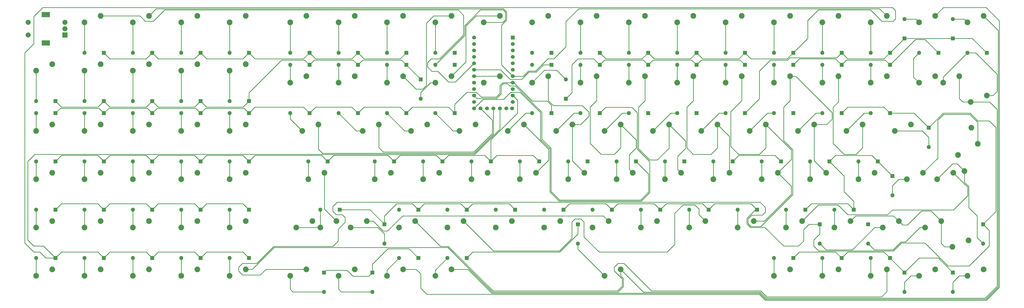
<source format=gtl>
G04 #@! TF.GenerationSoftware,KiCad,Pcbnew,(6.0.5)*
G04 #@! TF.CreationDate,2023-06-30T16:23:22+09:00*
G04 #@! TF.ProjectId,Varanidae,56617261-6e69-4646-9165-2e6b69636164,rev?*
G04 #@! TF.SameCoordinates,Original*
G04 #@! TF.FileFunction,Copper,L1,Top*
G04 #@! TF.FilePolarity,Positive*
%FSLAX46Y46*%
G04 Gerber Fmt 4.6, Leading zero omitted, Abs format (unit mm)*
G04 Created by KiCad (PCBNEW (6.0.5)) date 2023-06-30 16:23:22*
%MOMM*%
%LPD*%
G01*
G04 APERTURE LIST*
G04 #@! TA.AperFunction,ComponentPad*
%ADD10R,1.600000X1.600000*%
G04 #@! TD*
G04 #@! TA.AperFunction,ComponentPad*
%ADD11O,1.600000X1.600000*%
G04 #@! TD*
G04 #@! TA.AperFunction,ComponentPad*
%ADD12R,2.000000X2.000000*%
G04 #@! TD*
G04 #@! TA.AperFunction,ComponentPad*
%ADD13C,2.000000*%
G04 #@! TD*
G04 #@! TA.AperFunction,ComponentPad*
%ADD14R,3.200000X2.000000*%
G04 #@! TD*
G04 #@! TA.AperFunction,ComponentPad*
%ADD15C,2.250000*%
G04 #@! TD*
G04 #@! TA.AperFunction,ComponentPad*
%ADD16R,1.525000X1.525000*%
G04 #@! TD*
G04 #@! TA.AperFunction,ComponentPad*
%ADD17C,1.525000*%
G04 #@! TD*
G04 #@! TA.AperFunction,Conductor*
%ADD18C,0.250000*%
G04 #@! TD*
G04 APERTURE END LIST*
D10*
X130466500Y-131831500D03*
D11*
X122846500Y-131831500D03*
D10*
X301916500Y-108019000D03*
D11*
X294296500Y-108019000D03*
D10*
X211429000Y-169931500D03*
D11*
X203809000Y-169931500D03*
D10*
X106654000Y-150881500D03*
D11*
X99034000Y-150881500D03*
D10*
X106654000Y-127069000D03*
D11*
X99034000Y-127069000D03*
D10*
X374306500Y-137546500D03*
D11*
X374306500Y-145166500D03*
D10*
X320966500Y-112781500D03*
D11*
X313346500Y-112781500D03*
D10*
X187616500Y-108019000D03*
D11*
X179996500Y-108019000D03*
D10*
X383831500Y-194696500D03*
D11*
X383831500Y-202316500D03*
D10*
X192379000Y-188981500D03*
D11*
X184759000Y-188981500D03*
D10*
X68554000Y-127069000D03*
D11*
X60934000Y-127069000D03*
D10*
X68554000Y-108019000D03*
D11*
X60934000Y-108019000D03*
D10*
X149516500Y-131831500D03*
D11*
X141896500Y-131831500D03*
D10*
X163804000Y-150881500D03*
D11*
X156184000Y-150881500D03*
D10*
X378116500Y-108019000D03*
D11*
X370496500Y-108019000D03*
D10*
X130466500Y-112781500D03*
D11*
X122846500Y-112781500D03*
D10*
X359066500Y-188981500D03*
D11*
X351446500Y-188981500D03*
D10*
X360019000Y-156596500D03*
D11*
X360019000Y-164216500D03*
D10*
X49504000Y-108019000D03*
D11*
X41884000Y-108019000D03*
D10*
X187616500Y-131831500D03*
D11*
X179996500Y-131831500D03*
D10*
X225716500Y-131831500D03*
D11*
X218096500Y-131831500D03*
D10*
X268579000Y-169931500D03*
D11*
X260959000Y-169931500D03*
D10*
X287629000Y-169931500D03*
D11*
X280009000Y-169931500D03*
D10*
X87604000Y-188981500D03*
D11*
X79984000Y-188981500D03*
D10*
X297154000Y-150881500D03*
D11*
X289534000Y-150881500D03*
D10*
X49504000Y-169931500D03*
D11*
X41884000Y-169931500D03*
D10*
X173329000Y-188981500D03*
D11*
X165709000Y-188981500D03*
D10*
X159994000Y-175646500D03*
D11*
X159994000Y-183266500D03*
D10*
X68554000Y-169931500D03*
D11*
X60934000Y-169931500D03*
D10*
X344779000Y-169931500D03*
D11*
X337159000Y-169931500D03*
D12*
X34144000Y-100994000D03*
D13*
X34144000Y-95994000D03*
X34144000Y-98494000D03*
D14*
X26644000Y-104094000D03*
X26644000Y-92894000D03*
D13*
X19644000Y-95994000D03*
X19644000Y-100994000D03*
D10*
X301916500Y-112781500D03*
D11*
X294296500Y-112781500D03*
D10*
X320966500Y-108019000D03*
D11*
X313346500Y-108019000D03*
D10*
X316204000Y-150881500D03*
D11*
X308584000Y-150881500D03*
D10*
X259054000Y-150881500D03*
D11*
X251434000Y-150881500D03*
D10*
X340016500Y-188981500D03*
D11*
X332396500Y-188981500D03*
D10*
X282866500Y-112781500D03*
D11*
X275246500Y-112781500D03*
D10*
X168566500Y-108019000D03*
D11*
X160946500Y-108019000D03*
D10*
X87604000Y-108019000D03*
D11*
X79984000Y-108019000D03*
D10*
X359066500Y-131831500D03*
D11*
X351446500Y-131831500D03*
D10*
X249529000Y-169931500D03*
D11*
X241909000Y-169931500D03*
D10*
X106654000Y-169931500D03*
D11*
X99034000Y-169931500D03*
D10*
X130466500Y-108019000D03*
D11*
X122846500Y-108019000D03*
D10*
X331444000Y-175646500D03*
D11*
X331444000Y-183266500D03*
D10*
X364781500Y-194696500D03*
D11*
X364781500Y-202316500D03*
D10*
X320966500Y-131831500D03*
D11*
X313346500Y-131831500D03*
D10*
X359066500Y-112781500D03*
D11*
X351446500Y-112781500D03*
D10*
X225716500Y-112781500D03*
D11*
X218096500Y-112781500D03*
D10*
X137610250Y-150881500D03*
D11*
X129990250Y-150881500D03*
D10*
X106654000Y-131831500D03*
D11*
X99034000Y-131831500D03*
D10*
X350494000Y-175646500D03*
D11*
X350494000Y-183266500D03*
D10*
X192379000Y-169931500D03*
D11*
X184759000Y-169931500D03*
D10*
X354304000Y-150881500D03*
D11*
X346684000Y-150881500D03*
D10*
X68554000Y-131831500D03*
D11*
X60934000Y-131831500D03*
D10*
X173329000Y-169931500D03*
D11*
X165709000Y-169931500D03*
D10*
X30454000Y-150881500D03*
D11*
X22834000Y-150881500D03*
D10*
X49504000Y-150881500D03*
D11*
X41884000Y-150881500D03*
D10*
X220954000Y-150881500D03*
D11*
X213334000Y-150881500D03*
D10*
X87604000Y-131831500D03*
D11*
X79984000Y-131831500D03*
D10*
X187616500Y-112781500D03*
D11*
X179996500Y-112781500D03*
D10*
X263816500Y-131831500D03*
D11*
X256196500Y-131831500D03*
D10*
X395737750Y-175646500D03*
D11*
X395737750Y-183266500D03*
D10*
X68554000Y-150881500D03*
D11*
X60934000Y-150881500D03*
D10*
X68554000Y-188981500D03*
D11*
X60934000Y-188981500D03*
D10*
X149516500Y-112781500D03*
D11*
X141896500Y-112781500D03*
D10*
X155231500Y-194696500D03*
D11*
X155231500Y-202316500D03*
D10*
X263816500Y-108019000D03*
D11*
X256196500Y-108019000D03*
D10*
X340016500Y-131831500D03*
D11*
X332396500Y-131831500D03*
D10*
X335254000Y-150881500D03*
D11*
X327634000Y-150881500D03*
D10*
X320966500Y-188981500D03*
D11*
X313346500Y-188981500D03*
D10*
X49504000Y-131831500D03*
D11*
X41884000Y-131831500D03*
D10*
X244766500Y-108019000D03*
D11*
X237146500Y-108019000D03*
D10*
X282866500Y-108019000D03*
D11*
X275246500Y-108019000D03*
D10*
X174281500Y-118496500D03*
D11*
X174281500Y-126116500D03*
D10*
X30454000Y-131831500D03*
D11*
X22834000Y-131831500D03*
D10*
X149516500Y-108019000D03*
D11*
X141896500Y-108019000D03*
D10*
X278104000Y-150881500D03*
D11*
X270484000Y-150881500D03*
D10*
X136181500Y-194696500D03*
D11*
X136181500Y-202316500D03*
D10*
X282866500Y-131831500D03*
D11*
X275246500Y-131831500D03*
D10*
X364781500Y-102304000D03*
D11*
X364781500Y-94684000D03*
D10*
X87604000Y-127069000D03*
D11*
X79984000Y-127069000D03*
D10*
X30454000Y-169931500D03*
D11*
X22834000Y-169931500D03*
D10*
X49504000Y-127069000D03*
D11*
X41884000Y-127069000D03*
D10*
X230479000Y-169931500D03*
D11*
X222859000Y-169931500D03*
D10*
X106654000Y-188981500D03*
D11*
X99034000Y-188981500D03*
D10*
X397166500Y-108019000D03*
D11*
X389546500Y-108019000D03*
D10*
X201904000Y-150881500D03*
D11*
X194284000Y-150881500D03*
D10*
X263816500Y-112781500D03*
D11*
X256196500Y-112781500D03*
D10*
X168566500Y-112781500D03*
D11*
X160946500Y-112781500D03*
D10*
X383831500Y-102304000D03*
D11*
X383831500Y-94684000D03*
D10*
X240004000Y-150881500D03*
D11*
X232384000Y-150881500D03*
D10*
X168566500Y-131831500D03*
D11*
X160946500Y-131831500D03*
D10*
X244766500Y-112781500D03*
D11*
X237146500Y-112781500D03*
D10*
X359066500Y-108019000D03*
D11*
X351446500Y-108019000D03*
D10*
X231431500Y-126116500D03*
D11*
X231431500Y-118496500D03*
D10*
X30454000Y-188981500D03*
D11*
X22834000Y-188981500D03*
D10*
X340016500Y-108019000D03*
D11*
X332396500Y-108019000D03*
D10*
X340016500Y-112781500D03*
D11*
X332396500Y-112781500D03*
D10*
X142372750Y-169931500D03*
D11*
X134752750Y-169931500D03*
D10*
X225716500Y-108019000D03*
D11*
X218096500Y-108019000D03*
D10*
X87604000Y-150881500D03*
D11*
X79984000Y-150881500D03*
D10*
X49504000Y-188981500D03*
D11*
X41884000Y-188981500D03*
D10*
X325729000Y-169931500D03*
D11*
X318109000Y-169931500D03*
D10*
X306679000Y-169931500D03*
D11*
X299059000Y-169931500D03*
D10*
X182854000Y-150881500D03*
D11*
X175234000Y-150881500D03*
D10*
X106654000Y-108019000D03*
D11*
X99034000Y-108019000D03*
D10*
X30454000Y-127069000D03*
D11*
X22834000Y-127069000D03*
D10*
X301916500Y-131831500D03*
D11*
X294296500Y-131831500D03*
D10*
X236194000Y-175646500D03*
D11*
X236194000Y-183266500D03*
D10*
X87604000Y-169931500D03*
D11*
X79984000Y-169931500D03*
D10*
X244766500Y-131831500D03*
D11*
X237146500Y-131831500D03*
D15*
X48234000Y-155326500D03*
X41884000Y-157866500D03*
X67284000Y-136276500D03*
X60934000Y-138816500D03*
X319696500Y-117226500D03*
X313346500Y-119766500D03*
X233971500Y-136276500D03*
X227621500Y-138816500D03*
X67284000Y-155326500D03*
X60934000Y-157866500D03*
X229209000Y-174376500D03*
X222859000Y-176916500D03*
X362559000Y-174376500D03*
X356209000Y-176916500D03*
X86334000Y-93414000D03*
X79984000Y-95954000D03*
X86334000Y-193426500D03*
X79984000Y-195966500D03*
X348271500Y-136276500D03*
X341921500Y-138816500D03*
X383672750Y-184536500D03*
X390022750Y-181996500D03*
X367321500Y-136276500D03*
X360971500Y-138816500D03*
X200634000Y-155326500D03*
X194284000Y-157866500D03*
X319696500Y-193426500D03*
X313346500Y-195966500D03*
X224446500Y-117226500D03*
X218096500Y-119766500D03*
X300646500Y-93414000D03*
X294296500Y-95954000D03*
X186346500Y-193426500D03*
X179996500Y-195966500D03*
X376846500Y-117226500D03*
X370496500Y-119766500D03*
X214921500Y-136276500D03*
X208571500Y-138816500D03*
X276834000Y-155326500D03*
X270484000Y-157866500D03*
X372084000Y-155326500D03*
X365734000Y-157866500D03*
X338746500Y-193426500D03*
X332396500Y-195966500D03*
X390816500Y-127386500D03*
X397166500Y-124846500D03*
X395896500Y-93414000D03*
X389546500Y-95954000D03*
X105384000Y-93414000D03*
X99034000Y-95954000D03*
X262546500Y-117226500D03*
X256196500Y-119766500D03*
X29184000Y-155326500D03*
X22834000Y-157866500D03*
X186346500Y-93414000D03*
X179996500Y-95954000D03*
X219684000Y-155326500D03*
X213334000Y-157866500D03*
X148246500Y-93414000D03*
X141896500Y-95954000D03*
X67284000Y-193426500D03*
X60934000Y-195966500D03*
X286359000Y-174376500D03*
X280009000Y-176916500D03*
X105384000Y-112464000D03*
X99034000Y-115004000D03*
X195871500Y-136276500D03*
X189521500Y-138816500D03*
X376846500Y-93414000D03*
X370496500Y-95954000D03*
X67284000Y-174376500D03*
X60934000Y-176916500D03*
D16*
X210502500Y-101988875D03*
D17*
X210502500Y-104528875D03*
X210502500Y-107068875D03*
X210502500Y-109608875D03*
X210502500Y-112148875D03*
X210502500Y-114688875D03*
X210502500Y-117228875D03*
X210502500Y-119768875D03*
X210502500Y-122308875D03*
X210502500Y-124848875D03*
X210502500Y-127388875D03*
X210273900Y-129928875D03*
X195262500Y-129928875D03*
X195262500Y-127388875D03*
X195262500Y-124848875D03*
X195262500Y-122308875D03*
X195262500Y-119768875D03*
X195262500Y-117228875D03*
X195262500Y-114688875D03*
X195262500Y-112148875D03*
X195262500Y-109608875D03*
X195262500Y-107068875D03*
X195262500Y-104528875D03*
X195262500Y-101988875D03*
X207962500Y-129928875D03*
X205422500Y-129928875D03*
X202882500Y-129928875D03*
X200342500Y-129928875D03*
X197802500Y-129928875D03*
D15*
X253021500Y-193426500D03*
X246671500Y-195966500D03*
X395896500Y-193426500D03*
X389546500Y-195966500D03*
X281596500Y-93414000D03*
X275246500Y-95954000D03*
X257784000Y-155326500D03*
X251434000Y-157866500D03*
X300646500Y-117226500D03*
X294296500Y-119766500D03*
X167296500Y-193426500D03*
X160946500Y-195966500D03*
X333984000Y-155326500D03*
X327634000Y-157866500D03*
X253021500Y-136276500D03*
X246671500Y-138816500D03*
X157771500Y-136276500D03*
X151421500Y-138816500D03*
X338746500Y-93414000D03*
X332396500Y-95954000D03*
X379227750Y-174376500D03*
X372877750Y-176916500D03*
X105384000Y-174376500D03*
X99034000Y-176916500D03*
X48234000Y-174376500D03*
X41884000Y-176916500D03*
X136340250Y-155326500D03*
X129990250Y-157866500D03*
X129196500Y-117226500D03*
X122846500Y-119766500D03*
X105384000Y-193426500D03*
X99034000Y-195966500D03*
X186346500Y-117226500D03*
X179996500Y-119766500D03*
X29184000Y-136276500D03*
X22834000Y-138816500D03*
X48234000Y-193426500D03*
X41884000Y-195966500D03*
X243496500Y-93414000D03*
X237146500Y-95954000D03*
X131577750Y-174376500D03*
X125227750Y-176916500D03*
X148246500Y-193426500D03*
X141896500Y-195966500D03*
X343509000Y-174376500D03*
X337159000Y-176916500D03*
X29184000Y-112464000D03*
X22834000Y-115004000D03*
X353034000Y-155326500D03*
X346684000Y-157866500D03*
X281596500Y-117226500D03*
X275246500Y-119766500D03*
X148246500Y-117226500D03*
X141896500Y-119766500D03*
X295884000Y-155326500D03*
X289534000Y-157866500D03*
X305409000Y-174376500D03*
X299059000Y-176916500D03*
X324459000Y-174376500D03*
X318109000Y-176916500D03*
X386371500Y-117226500D03*
X380021500Y-119766500D03*
X67284000Y-93414000D03*
X60934000Y-95954000D03*
X210159000Y-174376500D03*
X203809000Y-176916500D03*
X176821500Y-136276500D03*
X170471500Y-138816500D03*
X224446500Y-93414000D03*
X218096500Y-95954000D03*
X129196500Y-93414000D03*
X122846500Y-95954000D03*
X153009000Y-174376500D03*
X146659000Y-176916500D03*
X48234000Y-136276500D03*
X41884000Y-138816500D03*
X105384000Y-155326500D03*
X99034000Y-157866500D03*
X319696500Y-93414000D03*
X313346500Y-95954000D03*
X383990250Y-155326500D03*
X377640250Y-157866500D03*
X376846500Y-193426500D03*
X370496500Y-195966500D03*
X385895250Y-148341500D03*
X388435250Y-154691500D03*
X67284000Y-112464000D03*
X60934000Y-115004000D03*
X29184000Y-174376500D03*
X22834000Y-176916500D03*
X262546500Y-93414000D03*
X256196500Y-95954000D03*
X133959000Y-136276500D03*
X127609000Y-138816500D03*
X167296500Y-93414000D03*
X160946500Y-95954000D03*
X48234000Y-93414000D03*
X41884000Y-95954000D03*
X86334000Y-174376500D03*
X79984000Y-176916500D03*
X105384000Y-136276500D03*
X99034000Y-138816500D03*
X248259000Y-174376500D03*
X241909000Y-176916500D03*
X357796500Y-93414000D03*
X351446500Y-95954000D03*
X357796500Y-193426500D03*
X351446500Y-195966500D03*
X272071500Y-136276500D03*
X265721500Y-138816500D03*
X86334000Y-112464000D03*
X79984000Y-115004000D03*
X141102750Y-174376500D03*
X134752750Y-176916500D03*
X162534000Y-155326500D03*
X156184000Y-157866500D03*
X291121500Y-136276500D03*
X284771500Y-138816500D03*
X393674000Y-143896500D03*
X391134000Y-137546500D03*
X310171500Y-136276500D03*
X303821500Y-138816500D03*
X238734000Y-155326500D03*
X232384000Y-157866500D03*
X167296500Y-117226500D03*
X160946500Y-119766500D03*
X86334000Y-155326500D03*
X79984000Y-157866500D03*
X357796500Y-117226500D03*
X351446500Y-119766500D03*
X243496500Y-117226500D03*
X237146500Y-119766500D03*
X48234000Y-112464000D03*
X41884000Y-115004000D03*
X129196500Y-193426500D03*
X122846500Y-195966500D03*
X191109000Y-174376500D03*
X184759000Y-176916500D03*
X338746500Y-117226500D03*
X332396500Y-119766500D03*
X267309000Y-174376500D03*
X260959000Y-176916500D03*
X205396500Y-117226500D03*
X199046500Y-119766500D03*
X205396500Y-93414000D03*
X199046500Y-95954000D03*
X314934000Y-155326500D03*
X308584000Y-157866500D03*
X172059000Y-174376500D03*
X165709000Y-176916500D03*
X329221500Y-136276500D03*
X322871500Y-138816500D03*
X86334000Y-136276500D03*
X79984000Y-138816500D03*
X181584000Y-155326500D03*
X175234000Y-157866500D03*
X29184000Y-193426500D03*
X22834000Y-195966500D03*
D18*
X147135250Y-110400250D02*
X149516500Y-108019000D01*
X166185250Y-110400250D02*
X168566500Y-108019000D01*
X51885250Y-110400250D02*
X66172750Y-110400250D01*
X89985250Y-110400250D02*
X104272750Y-110400250D01*
X85222750Y-110400250D02*
X87604000Y-108019000D01*
X87604000Y-108019000D02*
X89985250Y-110400250D01*
X68554000Y-108019000D02*
X70935250Y-110400250D01*
X49504000Y-108019000D02*
X51885250Y-110400250D01*
X109035250Y-110400250D02*
X128085250Y-110400250D01*
X66172750Y-110400250D02*
X68554000Y-108019000D01*
X106654000Y-108019000D02*
X109035250Y-110400250D01*
X104272750Y-110400250D02*
X106654000Y-108019000D01*
X132847750Y-110400250D02*
X147135250Y-110400250D01*
X70935250Y-110400250D02*
X85222750Y-110400250D01*
X130466500Y-108019000D02*
X132847750Y-110400250D01*
X149516500Y-108019000D02*
X151897750Y-110400250D01*
X128085250Y-110400250D02*
X130466500Y-108019000D01*
X151897750Y-110400250D02*
X166185250Y-110400250D01*
X41884000Y-95954000D02*
X41884000Y-108019000D01*
X60934000Y-95954000D02*
X60934000Y-108019000D01*
X79984000Y-95954000D02*
X79984000Y-108019000D01*
X99034000Y-95954000D02*
X99034000Y-108019000D01*
X122846500Y-95954000D02*
X122846500Y-108019000D01*
X141896500Y-95954000D02*
X141896500Y-108019000D01*
X160946500Y-95954000D02*
X160946500Y-108019000D01*
X179996500Y-95954000D02*
X179996500Y-108019000D01*
X179996500Y-112781500D02*
X191593520Y-101184480D01*
X207619000Y-94922125D02*
X206587125Y-95954000D01*
X206691697Y-91058665D02*
X207619000Y-91985968D01*
X191593520Y-101184480D02*
X191593520Y-97215012D01*
X197749868Y-91058665D02*
X206691697Y-91058665D01*
X191593520Y-97215012D02*
X197749868Y-91058665D01*
X206587125Y-95954000D02*
X199046500Y-95954000D01*
X207619000Y-91985968D02*
X207619000Y-94922125D01*
X18309625Y-108019000D02*
X18309625Y-183028375D01*
X360317497Y-95517430D02*
X361210468Y-94624459D01*
X244766500Y-108019000D02*
X247147750Y-110400250D01*
X304297750Y-110400250D02*
X318585250Y-110400250D01*
X266197750Y-110400250D02*
X280485250Y-110400250D01*
X326682256Y-95219773D02*
X330843364Y-91058665D01*
X19500250Y-181837750D02*
X19500250Y-150881500D01*
X49504000Y-188981500D02*
X51885250Y-186600250D01*
X205422500Y-138154782D02*
X205422500Y-129928875D01*
X68554000Y-188981500D02*
X70935250Y-186600250D01*
X18309625Y-183028375D02*
X21881500Y-186600250D01*
X22331020Y-148050730D02*
X195526552Y-148050730D01*
X21881500Y-93731500D02*
X21881500Y-104447125D01*
X195526552Y-148050730D02*
X205422500Y-138154782D01*
X51885250Y-186600250D02*
X66172750Y-186600250D01*
X25453375Y-90159625D02*
X21881500Y-93731500D01*
X318585250Y-110400250D02*
X320966500Y-108019000D01*
X320966500Y-108019000D02*
X326682256Y-102303244D01*
X247147750Y-110400250D02*
X261435250Y-110400250D01*
X360019000Y-90159625D02*
X25453375Y-90159625D01*
X21881500Y-104447125D02*
X18309625Y-108019000D01*
X355851805Y-95517430D02*
X360317497Y-95517430D01*
X66172750Y-186600250D02*
X68554000Y-188981500D01*
X21881500Y-186600250D02*
X24262750Y-186600250D01*
X47122750Y-186600250D02*
X49504000Y-188981500D01*
X32835250Y-186600250D02*
X47122750Y-186600250D01*
X282866500Y-108019000D02*
X285247750Y-110400250D01*
X326682256Y-102303244D02*
X326682256Y-95219773D01*
X30454000Y-188981500D02*
X32835250Y-186600250D01*
X285247750Y-110400250D02*
X299535250Y-110400250D01*
X19500250Y-150881500D02*
X22331020Y-148050730D01*
X30454000Y-188981500D02*
X25691500Y-184219000D01*
X301916500Y-108019000D02*
X304297750Y-110400250D01*
X89985250Y-186600250D02*
X104272750Y-186600250D01*
X70935250Y-186600250D02*
X85222750Y-186600250D01*
X280485250Y-110400250D02*
X282866500Y-108019000D01*
X361210468Y-91351093D02*
X360019000Y-90159625D01*
X21881500Y-184219000D02*
X19500250Y-181837750D01*
X26644000Y-188981500D02*
X30454000Y-188981500D01*
X361210468Y-94624459D02*
X361210468Y-91351093D01*
X25691500Y-184219000D02*
X21881500Y-184219000D01*
X351393039Y-91058665D02*
X355851805Y-95517430D01*
X261435250Y-110400250D02*
X263816500Y-108019000D01*
X104272750Y-186600250D02*
X106654000Y-188981500D01*
X330843364Y-91058665D02*
X351393039Y-91058665D01*
X263816500Y-108019000D02*
X266197750Y-110400250D01*
X299535250Y-110400250D02*
X301916500Y-108019000D01*
X87604000Y-188981500D02*
X89985250Y-186600250D01*
X85222750Y-186600250D02*
X87604000Y-188981500D01*
X24262750Y-186600250D02*
X26644000Y-188981500D01*
X237146500Y-95954000D02*
X237146500Y-108019000D01*
X256196500Y-95954000D02*
X256196500Y-108019000D01*
X275246500Y-108019000D02*
X275246500Y-95954000D01*
X294296500Y-108019000D02*
X294296500Y-95954000D01*
X313346500Y-108019000D02*
X313346500Y-95954000D01*
X301916500Y-131831500D02*
X307631500Y-126116500D01*
X244766500Y-131831500D02*
X247114000Y-129484000D01*
X307631500Y-126116500D02*
X307631500Y-115162750D01*
X338084770Y-109950730D02*
X319670487Y-109950730D01*
X221457472Y-131567472D02*
X213484000Y-123594000D01*
X340016500Y-108019000D02*
X338084770Y-109950730D01*
X359066500Y-108019000D02*
X364781500Y-102304000D01*
X340016500Y-108019000D02*
X342397750Y-110400250D01*
X259556980Y-131626980D02*
X259556980Y-146007072D01*
X356685250Y-110400250D02*
X359066500Y-108019000D01*
X206894960Y-126363040D02*
X198828335Y-126363040D01*
X228753103Y-166505590D02*
X225126079Y-162878566D01*
X261051922Y-166505590D02*
X228753103Y-166505590D01*
X225126079Y-145845362D02*
X221457472Y-142176754D01*
X319670487Y-109950730D02*
X318771447Y-110849770D01*
X264471943Y-163085569D02*
X261051922Y-166505590D01*
X247114000Y-129484000D02*
X257414000Y-129484000D01*
X311944480Y-110849770D02*
X307631500Y-115162750D01*
X257414000Y-129484000D02*
X259556980Y-131626980D01*
X259556980Y-146007072D02*
X264471943Y-150922035D01*
X209664000Y-123594000D02*
X206894960Y-126363040D01*
X213484000Y-123594000D02*
X209664000Y-123594000D01*
X225126079Y-162878566D02*
X225126079Y-145845362D01*
X318771447Y-110849770D02*
X311944480Y-110849770D01*
X198828335Y-126363040D02*
X195262500Y-129928875D01*
X264471943Y-150922035D02*
X264471943Y-163085569D01*
X383831500Y-102304000D02*
X391451500Y-102304000D01*
X221457472Y-142176754D02*
X221457472Y-131567472D01*
X342397750Y-110400250D02*
X356685250Y-110400250D01*
X391451500Y-102304000D02*
X397166500Y-108019000D01*
X364781500Y-102304000D02*
X383831500Y-102304000D01*
X332396500Y-108019000D02*
X332396500Y-95954000D01*
X351446500Y-95954000D02*
X351446500Y-108019000D01*
X364781500Y-94684000D02*
X369226500Y-94684000D01*
X369226500Y-94684000D02*
X370496500Y-95954000D01*
X383831500Y-94684000D02*
X388276500Y-94684000D01*
X388276500Y-94684000D02*
X389546500Y-95954000D01*
X216884000Y-115612270D02*
X219711447Y-115612270D01*
X147584770Y-110849770D02*
X132398230Y-110849770D01*
X70935250Y-129450250D02*
X85222750Y-129450250D01*
X66172750Y-129450250D02*
X68554000Y-127069000D01*
X166634770Y-110849770D02*
X168566500Y-112781500D01*
X149516500Y-112781500D02*
X151448230Y-110849770D01*
X106654000Y-123708520D02*
X119512750Y-110849770D01*
X89985250Y-129450250D02*
X104272750Y-129450250D01*
X209494000Y-118484000D02*
X214012270Y-118484000D01*
X195262500Y-114688875D02*
X205698875Y-114688875D01*
X119512750Y-110849770D02*
X128534770Y-110849770D01*
X32835250Y-129450250D02*
X47122750Y-129450250D01*
X219711447Y-115612270D02*
X222542218Y-112781500D01*
X151448230Y-110849770D02*
X166634770Y-110849770D01*
X30454000Y-127069000D02*
X32835250Y-129450250D01*
X222542218Y-112781500D02*
X225716500Y-112781500D01*
X47122750Y-129450250D02*
X49504000Y-127069000D01*
X168566500Y-112781500D02*
X174281500Y-118496500D01*
X106654000Y-127069000D02*
X106654000Y-123708520D01*
X128534770Y-110849770D02*
X130466500Y-112781500D01*
X51885250Y-129450250D02*
X66172750Y-129450250D01*
X85222750Y-129450250D02*
X87604000Y-127069000D01*
X132398230Y-110849770D02*
X130466500Y-112781500D01*
X205698875Y-114688875D02*
X209494000Y-118484000D01*
X104272750Y-129450250D02*
X106654000Y-127069000D01*
X49504000Y-127069000D02*
X51885250Y-129450250D01*
X68554000Y-127069000D02*
X70935250Y-129450250D01*
X149516500Y-112781500D02*
X147584770Y-110849770D01*
X214012270Y-118484000D02*
X216884000Y-115612270D01*
X87604000Y-127069000D02*
X89985250Y-129450250D01*
X22834000Y-115004000D02*
X22834000Y-127069000D01*
X41884000Y-115004000D02*
X41884000Y-127069000D01*
X60934000Y-115004000D02*
X60934000Y-127069000D01*
X79984000Y-115004000D02*
X79984000Y-127069000D01*
X99034000Y-115004000D02*
X99034000Y-127069000D01*
X122846500Y-112781500D02*
X122846500Y-119766500D01*
X141896500Y-112781500D02*
X141896500Y-119766500D01*
X160946500Y-112781500D02*
X160946500Y-119766500D01*
X178200449Y-119766500D02*
X174281500Y-123685449D01*
X174281500Y-123685449D02*
X174281500Y-126116500D01*
X179996500Y-119766500D02*
X178200449Y-119766500D01*
X299984770Y-110849770D02*
X301916500Y-112781500D01*
X137134000Y-193744000D02*
X136181500Y-194696500D01*
X231431500Y-126116500D02*
X233812750Y-123735250D01*
X229050250Y-186600250D02*
X194760250Y-186600250D01*
X233812750Y-112781500D02*
X236194000Y-110400250D01*
X242385250Y-110400250D02*
X244766500Y-112781500D01*
X244766500Y-112781500D02*
X246698230Y-110849770D01*
X145194000Y-193744000D02*
X137134000Y-193744000D01*
X173329000Y-188981500D02*
X169611550Y-185264050D01*
X155231500Y-194696500D02*
X153802750Y-196125250D01*
X161330199Y-185264050D02*
X155231500Y-191362750D01*
X280934770Y-110849770D02*
X282866500Y-112781500D01*
X155231500Y-191362750D02*
X155231500Y-194696500D01*
X265748230Y-110849770D02*
X280934770Y-110849770D01*
X263816500Y-112781500D02*
X265748230Y-110849770D01*
X169611550Y-185264050D02*
X161330199Y-185264050D01*
X236194000Y-179456500D02*
X236194000Y-175646500D01*
X233812750Y-123735250D02*
X233812750Y-112781500D01*
X282866500Y-112781500D02*
X284798230Y-110849770D01*
X236194000Y-110400250D02*
X242385250Y-110400250D01*
X246698230Y-110849770D02*
X261884770Y-110849770D01*
X261884770Y-110849770D02*
X263816500Y-112781500D01*
X147575250Y-196125250D02*
X145194000Y-193744000D01*
X229050250Y-186600250D02*
X236194000Y-179456500D01*
X194760250Y-186600250D02*
X192379000Y-188981500D01*
X153802750Y-196125250D02*
X147575250Y-196125250D01*
X284798230Y-110849770D02*
X299984770Y-110849770D01*
X218096500Y-119766500D02*
X222997865Y-114865135D01*
X227800135Y-114865135D02*
X231431500Y-118496500D01*
X222997865Y-114865135D02*
X227800135Y-114865135D01*
X237146500Y-119766500D02*
X237146500Y-112781500D01*
X256196500Y-119766500D02*
X256196500Y-112781500D01*
X275246500Y-112781500D02*
X275246500Y-119766500D01*
X294296500Y-119766500D02*
X294296500Y-112781500D01*
X372851020Y-102753520D02*
X378116500Y-108019000D01*
X369094480Y-102753520D02*
X372851020Y-102753520D01*
X299535250Y-148500250D02*
X313822750Y-148500250D01*
X205903520Y-121130198D02*
X206815323Y-120218395D01*
X221906992Y-141990557D02*
X225575599Y-145659164D01*
X225575599Y-162692368D02*
X228939301Y-166056070D01*
X195262500Y-124848875D02*
X196327145Y-125913520D01*
X260865724Y-166056070D02*
X264022423Y-162899371D01*
X264022423Y-155849923D02*
X259054000Y-150881500D01*
X205903520Y-124200197D02*
X205903520Y-121130198D01*
X228939301Y-166056070D02*
X260865724Y-166056070D01*
X357134770Y-110849770D02*
X341948230Y-110849770D01*
X209274000Y-121034000D02*
X211559718Y-121034000D01*
X206815323Y-120218395D02*
X208488395Y-120218395D01*
X359066500Y-112781500D02*
X357134770Y-110849770D01*
X359066500Y-112781500D02*
X369094480Y-102753520D01*
X211559718Y-121034000D02*
X221906992Y-131381274D01*
X196327145Y-125913520D02*
X204190197Y-125913520D01*
X225575599Y-145659164D02*
X225575599Y-162692368D01*
X337635250Y-110400250D02*
X340016500Y-112781500D01*
X297154000Y-150881500D02*
X299535250Y-148500250D01*
X264022423Y-162899371D02*
X264022423Y-155849923D01*
X323347750Y-110400250D02*
X337635250Y-110400250D01*
X208488395Y-120218395D02*
X209274000Y-121004000D01*
X209274000Y-121004000D02*
X209274000Y-121034000D01*
X313822750Y-148500250D02*
X316204000Y-150881500D01*
X320966500Y-112781500D02*
X323347750Y-110400250D01*
X341948230Y-110849770D02*
X340016500Y-112781500D01*
X221906992Y-131381274D02*
X221906992Y-141990557D01*
X204190197Y-125913520D02*
X205903520Y-124200197D01*
X313346500Y-112781500D02*
X313346500Y-119766500D01*
X332396500Y-119766500D02*
X332396500Y-112781500D01*
X351446500Y-112781500D02*
X351446500Y-119766500D01*
X370496500Y-108019000D02*
X368353375Y-110162125D01*
X368353375Y-117623375D02*
X370496500Y-119766500D01*
X368353375Y-110162125D02*
X368353375Y-117623375D01*
X380021500Y-117544000D02*
X389546500Y-108019000D01*
X401241355Y-123199531D02*
X399594386Y-124846500D01*
X399594386Y-124846500D02*
X397166500Y-124846500D01*
X380021500Y-119766500D02*
X380021500Y-117544000D01*
X392762086Y-108019000D02*
X401241355Y-116498269D01*
X389546500Y-108019000D02*
X392762086Y-108019000D01*
X401241355Y-116498269D02*
X401241355Y-123199531D01*
X151897750Y-129450250D02*
X166185250Y-129450250D01*
X166185250Y-129450250D02*
X168566500Y-131831500D01*
X47572270Y-129899770D02*
X49504000Y-131831500D01*
X89535730Y-129899770D02*
X104722270Y-129899770D01*
X85672270Y-129899770D02*
X87604000Y-131831500D01*
X205454000Y-124014000D02*
X205454000Y-120944000D01*
X132847750Y-129450250D02*
X147135250Y-129450250D01*
X225716500Y-128657218D02*
X224128355Y-127069072D01*
X32385730Y-129899770D02*
X47572270Y-129899770D01*
X192382137Y-123554000D02*
X196234000Y-123554000D01*
X109035250Y-129450250D02*
X128085250Y-129450250D01*
X196234000Y-123554000D02*
X198144000Y-125464000D01*
X168566500Y-131831500D02*
X170947750Y-129450250D01*
X106654000Y-131831500D02*
X109035250Y-129450250D01*
X66622270Y-129899770D02*
X68554000Y-131831500D01*
X225716500Y-131831500D02*
X225716500Y-128657218D01*
X206629125Y-119768875D02*
X210502500Y-119768875D01*
X87604000Y-131831500D02*
X89535730Y-129899770D01*
X187616500Y-128319637D02*
X192382137Y-123554000D01*
X128085250Y-129450250D02*
X130466500Y-131831500D01*
X130466500Y-131831500D02*
X132847750Y-129450250D01*
X68554000Y-131831500D02*
X70485730Y-129899770D01*
X147135250Y-129450250D02*
X149516500Y-131831500D01*
X170947750Y-129450250D02*
X185235250Y-129450250D01*
X70485730Y-129899770D02*
X85672270Y-129899770D01*
X185235250Y-129450250D02*
X187616500Y-131831500D01*
X104722270Y-129899770D02*
X106654000Y-131831500D01*
X204004000Y-125464000D02*
X205454000Y-124014000D01*
X224128355Y-127069072D02*
X218230508Y-127069072D01*
X149516500Y-131831500D02*
X151897750Y-129450250D01*
X218230508Y-127069072D02*
X210930311Y-119768875D01*
X198144000Y-125464000D02*
X204004000Y-125464000D01*
X49504000Y-131831500D02*
X51435730Y-129899770D01*
X205454000Y-120944000D02*
X206629125Y-119768875D01*
X51435730Y-129899770D02*
X66622270Y-129899770D01*
X30454000Y-131831500D02*
X32385730Y-129899770D01*
X187616500Y-131831500D02*
X187616500Y-128319637D01*
X22834000Y-131831500D02*
X22834000Y-138816500D01*
X41884000Y-131831500D02*
X41884000Y-138816500D01*
X60934000Y-138816500D02*
X60934000Y-131831500D01*
X79984000Y-131831500D02*
X79984000Y-138816500D01*
X99034000Y-131831500D02*
X99034000Y-138816500D01*
X122846500Y-131831500D02*
X122846500Y-134054000D01*
X122846500Y-134054000D02*
X127609000Y-138816500D01*
X151421500Y-138816500D02*
X148881500Y-138816500D01*
X148881500Y-138816500D02*
X141896500Y-131831500D01*
X170471500Y-138816500D02*
X167931500Y-138816500D01*
X167931500Y-138816500D02*
X160946500Y-131831500D01*
X186981500Y-138816500D02*
X179996500Y-131831500D01*
X189521500Y-138816500D02*
X186981500Y-138816500D01*
X208571500Y-138816500D02*
X215556500Y-131831500D01*
X215556500Y-131831500D02*
X218096500Y-131831500D01*
X234606500Y-131831500D02*
X237146500Y-131831500D01*
X227621500Y-138816500D02*
X234606500Y-131831500D01*
X246671500Y-138816500D02*
X253656500Y-131831500D01*
X253656500Y-131831500D02*
X256196500Y-131831500D01*
X272706500Y-131831500D02*
X275246500Y-131831500D01*
X265721500Y-138816500D02*
X272706500Y-131831500D01*
X291756500Y-131831500D02*
X294296500Y-131831500D01*
X284771500Y-138816500D02*
X291756500Y-131831500D01*
X310806500Y-131831500D02*
X313346500Y-131831500D01*
X303821500Y-138816500D02*
X310806500Y-131831500D01*
X363590875Y-183028375D02*
X372799093Y-183028375D01*
X302717833Y-175475703D02*
X302717833Y-173317367D01*
X356685250Y-129450250D02*
X359066500Y-131831500D01*
X325064000Y-177800733D02*
X325064000Y-182224000D01*
X393655081Y-134808154D02*
X390678511Y-131831584D01*
X232860250Y-167550250D02*
X247147750Y-167550250D01*
X325064000Y-182224000D02*
X323069000Y-184219000D01*
X323069000Y-184219000D02*
X317156500Y-184219000D01*
X374306500Y-137546500D02*
X368591500Y-131831500D01*
X390220981Y-192117019D02*
X398119000Y-184219000D01*
X331444000Y-175646500D02*
X327218233Y-175646500D01*
X340016500Y-131831500D02*
X342397750Y-129450250D01*
X309867154Y-176929654D02*
X304171784Y-176929654D01*
X398119000Y-184219000D02*
X398119000Y-178027750D01*
X400791835Y-137480053D02*
X398119936Y-134808154D01*
X330994480Y-186150730D02*
X360468520Y-186150730D01*
X247147750Y-167550250D02*
X249529000Y-169931500D01*
X329062750Y-181837750D02*
X329062750Y-184219000D01*
X372799093Y-183028375D02*
X381887737Y-192117019D01*
X317156500Y-184219000D02*
X309867154Y-176929654D01*
X398119000Y-178027750D02*
X395737750Y-175646500D01*
X304171784Y-176929654D02*
X302717833Y-175475703D01*
X390678511Y-131831584D02*
X380021416Y-131831584D01*
X380021416Y-131831584D02*
X374306500Y-137546500D01*
X290010250Y-167550250D02*
X304297750Y-167550250D01*
X381887737Y-192117019D02*
X390220981Y-192117019D01*
X360468520Y-186150730D02*
X363590875Y-183028375D01*
X266197750Y-167550250D02*
X268579000Y-169931500D01*
X368591500Y-131831500D02*
X359066500Y-131831500D01*
X331444000Y-175646500D02*
X331444000Y-179456500D01*
X304297750Y-167550250D02*
X306679000Y-169931500D01*
X400791835Y-137480053D02*
X400791835Y-170592415D01*
X342397750Y-129450250D02*
X356685250Y-129450250D01*
X329062750Y-184219000D02*
X330994480Y-186150730D01*
X327218233Y-175646500D02*
X325064000Y-177800733D01*
X400791835Y-170592415D02*
X395737750Y-175646500D01*
X302717833Y-173317367D02*
X306103700Y-169931500D01*
X398119936Y-134808154D02*
X393655081Y-134808154D01*
X251910250Y-167550250D02*
X266197750Y-167550250D01*
X230479000Y-169931500D02*
X232860250Y-167550250D01*
X249529000Y-169931500D02*
X251910250Y-167550250D01*
X331444000Y-179456500D02*
X329062750Y-181837750D01*
X268579000Y-169931500D02*
X270960250Y-167550250D01*
X270960250Y-167550250D02*
X285247750Y-167550250D01*
X285247750Y-167550250D02*
X287629000Y-169931500D01*
X287629000Y-169931500D02*
X290010250Y-167550250D01*
X329856500Y-131831500D02*
X332396500Y-131831500D01*
X322871500Y-138816500D02*
X329856500Y-131831500D01*
X348906500Y-131831500D02*
X351446500Y-131831500D01*
X341921500Y-138816500D02*
X348906500Y-131831500D01*
X371766500Y-138816500D02*
X374306500Y-141356500D01*
X360971500Y-138816500D02*
X371766500Y-138816500D01*
X374306500Y-141356500D02*
X374306500Y-145166500D01*
X390083197Y-169038709D02*
X390083197Y-160704313D01*
X395737750Y-183266500D02*
X393356500Y-180885250D01*
X385518353Y-151774603D02*
X388435250Y-154691500D01*
X388435250Y-159056366D02*
X388435250Y-154691500D01*
X393356500Y-180885250D02*
X393356500Y-172312012D01*
X377640250Y-157866500D02*
X383732147Y-151774603D01*
X393356500Y-172312012D02*
X390083197Y-169038709D01*
X383732147Y-151774603D02*
X385518353Y-151774603D01*
X390083197Y-160704313D02*
X388435250Y-159056366D01*
X49504000Y-150881500D02*
X51885250Y-148500250D01*
X85222750Y-148500250D02*
X87604000Y-150881500D01*
X109035250Y-148500250D02*
X135229000Y-148500250D01*
X135229000Y-148500250D02*
X137610250Y-150881500D01*
X68554000Y-150881500D02*
X70935250Y-148500250D01*
X51885250Y-148500250D02*
X66172750Y-148500250D01*
X185235250Y-148500250D02*
X199522750Y-148500250D01*
X180472750Y-148500250D02*
X182854000Y-150881500D01*
X139991500Y-148500250D02*
X161422750Y-148500250D01*
X89985250Y-148500250D02*
X104272750Y-148500250D01*
X163804000Y-150881500D02*
X166185250Y-148500250D01*
X218572750Y-148500250D02*
X220954000Y-150881500D01*
X166185250Y-148500250D02*
X180472750Y-148500250D01*
X104272750Y-148500250D02*
X106654000Y-150881500D01*
X87604000Y-150881500D02*
X89985250Y-148500250D01*
X212381500Y-126727875D02*
X210502500Y-124848875D01*
X161422750Y-148500250D02*
X163804000Y-150881500D01*
X182854000Y-150881500D02*
X185235250Y-148500250D01*
X201904000Y-150881500D02*
X204285250Y-148500250D01*
X47122750Y-148500250D02*
X49504000Y-150881500D01*
X201904000Y-150881500D02*
X201904000Y-142309000D01*
X199522750Y-148500250D02*
X201904000Y-150881500D01*
X30454000Y-150881500D02*
X32835250Y-148500250D01*
X137610250Y-150881500D02*
X139991500Y-148500250D01*
X212381500Y-131831500D02*
X212381500Y-126727875D01*
X201904000Y-142309000D02*
X212381500Y-131831500D01*
X70935250Y-148500250D02*
X85222750Y-148500250D01*
X204285250Y-148500250D02*
X218572750Y-148500250D01*
X32835250Y-148500250D02*
X47122750Y-148500250D01*
X106654000Y-150881500D02*
X109035250Y-148500250D01*
X66172750Y-148500250D02*
X68554000Y-150881500D01*
X22834000Y-150881500D02*
X22834000Y-157866500D01*
X41884000Y-150881500D02*
X41884000Y-157866500D01*
X60934000Y-150881500D02*
X60934000Y-157866500D01*
X79984000Y-150881500D02*
X79984000Y-157866500D01*
X99034000Y-150881500D02*
X99034000Y-157866500D01*
X129990250Y-150881500D02*
X129990250Y-157866500D01*
X156184000Y-150881500D02*
X156184000Y-157866500D01*
X175234000Y-150881500D02*
X175234000Y-157866500D01*
X194284000Y-150881500D02*
X194284000Y-157866500D01*
X213334000Y-150881500D02*
X213334000Y-157866500D01*
X232384000Y-150881500D02*
X232384000Y-157866500D01*
X251434000Y-157866500D02*
X251434000Y-150881500D01*
X270484000Y-150881500D02*
X270484000Y-157866500D01*
X289534000Y-150881500D02*
X289534000Y-157866500D01*
X308584000Y-150881500D02*
X308584000Y-157866500D01*
X337635250Y-148500250D02*
X351922750Y-148500250D01*
X359066500Y-188981500D02*
X364781500Y-194696500D01*
X337635250Y-186600250D02*
X340016500Y-188981500D01*
X364781500Y-194696500D02*
X370496500Y-188981500D01*
X370496500Y-188981500D02*
X378116500Y-188981500D01*
X342397750Y-186600250D02*
X356685250Y-186600250D01*
X351922750Y-148500250D02*
X354304000Y-150881500D01*
X340969000Y-156596500D02*
X340969000Y-162787750D01*
X328110250Y-167550250D02*
X342397750Y-167550250D01*
X354304000Y-150881500D02*
X360019000Y-156596500D01*
X335254000Y-150881500D02*
X337635250Y-148500250D01*
X344779000Y-166597750D02*
X344779000Y-169931500D01*
X323347750Y-186600250D02*
X337635250Y-186600250D01*
X342397750Y-167550250D02*
X344779000Y-169931500D01*
X340016500Y-188981500D02*
X342397750Y-186600250D01*
X378116500Y-188981500D02*
X383831500Y-194696500D01*
X335254000Y-150881500D02*
X340969000Y-156596500D01*
X356685250Y-186600250D02*
X359066500Y-188981500D01*
X325729000Y-169931500D02*
X328110250Y-167550250D01*
X340969000Y-162787750D02*
X344779000Y-166597750D01*
X320966500Y-188981500D02*
X323347750Y-186600250D01*
X327634000Y-150881500D02*
X327634000Y-157866500D01*
X346684000Y-150881500D02*
X346684000Y-157866500D01*
X360019000Y-160406500D02*
X362559000Y-157866500D01*
X360019000Y-164216500D02*
X360019000Y-160406500D01*
X362559000Y-157866500D02*
X365734000Y-157866500D01*
X68554000Y-169931500D02*
X70935250Y-167550250D01*
X89985250Y-167550250D02*
X104272750Y-167550250D01*
X30454000Y-169931500D02*
X32835250Y-167550250D01*
X194760250Y-167550250D02*
X209047750Y-167550250D01*
X170947750Y-167550250D02*
X173329000Y-169931500D01*
X173329000Y-169931500D02*
X175710250Y-167550250D01*
X154279000Y-169931500D02*
X159994000Y-175646500D01*
X159994000Y-175646500D02*
X159994000Y-172312750D01*
X192379000Y-169931500D02*
X194760250Y-167550250D01*
X85222750Y-167550250D02*
X87604000Y-169931500D01*
X209047750Y-167550250D02*
X211429000Y-169931500D01*
X66172750Y-167550250D02*
X68554000Y-169931500D01*
X104272750Y-167550250D02*
X106654000Y-169931500D01*
X49504000Y-169931500D02*
X51885250Y-167550250D01*
X47122750Y-167550250D02*
X49504000Y-169931500D01*
X87604000Y-169931500D02*
X89985250Y-167550250D01*
X164756500Y-167550250D02*
X170947750Y-167550250D01*
X32835250Y-167550250D02*
X47122750Y-167550250D01*
X189997750Y-167550250D02*
X192379000Y-169931500D01*
X142372750Y-169931500D02*
X154279000Y-169931500D01*
X51885250Y-167550250D02*
X66172750Y-167550250D01*
X175710250Y-167550250D02*
X189997750Y-167550250D01*
X70935250Y-167550250D02*
X85222750Y-167550250D01*
X159994000Y-172312750D02*
X164756500Y-167550250D01*
X22834000Y-176916500D02*
X22834000Y-169931500D01*
X41884000Y-176916500D02*
X41884000Y-169931500D01*
X60934000Y-169931500D02*
X60934000Y-176916500D01*
X79984000Y-169931500D02*
X79984000Y-176916500D01*
X99034000Y-169931500D02*
X99034000Y-176916500D01*
X134752750Y-176916500D02*
X125227750Y-176916500D01*
X134752750Y-169931500D02*
X134752750Y-176916500D01*
X157454000Y-176916500D02*
X159994000Y-179456500D01*
X159994000Y-179456500D02*
X159994000Y-183266500D01*
X146659000Y-176916500D02*
X157454000Y-176916500D01*
X260959000Y-169931500D02*
X260959000Y-176916500D01*
X280009000Y-169931500D02*
X280009000Y-176916500D01*
X299059000Y-169931500D02*
X299059000Y-176916500D01*
X318109000Y-169931500D02*
X318109000Y-176916500D01*
X337159000Y-169931500D02*
X337159000Y-176916500D01*
X344250310Y-185701210D02*
X333878710Y-185701210D01*
X356209000Y-176916500D02*
X353034000Y-176916500D01*
X353034000Y-176917520D02*
X344250310Y-185701210D01*
X333878710Y-185701210D02*
X331444000Y-183266500D01*
X353034000Y-176916500D02*
X353034000Y-176917520D01*
X372877750Y-176916500D02*
X370893375Y-176916500D01*
X352876072Y-185701210D02*
X352876072Y-185648572D01*
X365231020Y-182578855D02*
X363404678Y-182578855D01*
X352876072Y-185648572D02*
X350494000Y-183266500D01*
X360282322Y-185701210D02*
X352876072Y-185701210D01*
X363404678Y-182578855D02*
X360282322Y-185701210D01*
X370893375Y-176916500D02*
X365231020Y-182578855D01*
X22834000Y-195966500D02*
X22834000Y-188981500D01*
X41884000Y-195966500D02*
X41884000Y-188981500D01*
X60934000Y-188981500D02*
X60934000Y-195966500D01*
X79984000Y-188981500D02*
X79984000Y-195966500D01*
X99034000Y-195966500D02*
X99034000Y-188981500D01*
X123918046Y-202316500D02*
X136181500Y-202316500D01*
X122846500Y-195966500D02*
X122846500Y-201244954D01*
X122846500Y-201244954D02*
X123918046Y-202316500D01*
X141896500Y-201244906D02*
X142968094Y-202316500D01*
X142968094Y-202316500D02*
X155231500Y-202316500D01*
X141896500Y-195966500D02*
X141896500Y-201244906D01*
X160946500Y-195966500D02*
X160946500Y-193744000D01*
X160946500Y-193744000D02*
X165709000Y-188981500D01*
X179996500Y-193744000D02*
X184759000Y-188981500D01*
X179996500Y-195966500D02*
X179996500Y-193744000D01*
X236194000Y-185489000D02*
X246671500Y-195966500D01*
X236194000Y-183266500D02*
X236194000Y-185489000D01*
X313346500Y-195966500D02*
X313346500Y-188981500D01*
X332396500Y-188981500D02*
X332396500Y-195966500D01*
X351446500Y-188981500D02*
X351446500Y-195966500D01*
X364781500Y-198506500D02*
X367321500Y-195966500D01*
X364781500Y-202316500D02*
X364781500Y-198506500D01*
X367321500Y-195966500D02*
X370496500Y-195966500D01*
X383831500Y-198506500D02*
X383831500Y-202316500D01*
X389546500Y-195966500D02*
X386371500Y-195966500D01*
X386371500Y-195966500D02*
X383831500Y-198506500D01*
X111064000Y-195654000D02*
X104084000Y-195654000D01*
X187937375Y-119474000D02*
X195262500Y-112148875D01*
X320728375Y-163978375D02*
X320728375Y-146197658D01*
X310034000Y-169059245D02*
X310034000Y-170814000D01*
X303167353Y-173503564D02*
X303167353Y-175289506D01*
X63664000Y-93414000D02*
X65767430Y-95517430D01*
X336206500Y-131533927D02*
X321899073Y-117226500D01*
X178408573Y-110384000D02*
X176888573Y-111904000D01*
X139607866Y-184365010D02*
X141754000Y-182218876D01*
X73409335Y-91058665D02*
X188968665Y-91058665D01*
X308226616Y-176480134D02*
X320728375Y-163978375D01*
X317156500Y-129451060D02*
X319696500Y-126911060D01*
X334142750Y-136276500D02*
X336206500Y-134212750D01*
X307929865Y-166955110D02*
X141300282Y-166955110D01*
X317156500Y-142625782D02*
X317156500Y-129451060D01*
X320728375Y-146197658D02*
X317156500Y-142625782D01*
X102574000Y-194144000D02*
X102574000Y-192584000D01*
X140989000Y-171799000D02*
X139634000Y-170444000D01*
X304357981Y-176480134D02*
X308226616Y-176480134D01*
X336206500Y-134212750D02*
X336206500Y-131533927D01*
X176888573Y-111904000D02*
X176888573Y-113518573D01*
X178624000Y-115254000D02*
X180944000Y-115254000D01*
X304636917Y-172034000D02*
X303167353Y-173503564D01*
X308814000Y-172034000D02*
X304636917Y-172034000D01*
X303167353Y-175289506D02*
X304357981Y-176480134D01*
X144494000Y-172934000D02*
X143359000Y-171799000D01*
X141754000Y-177564000D02*
X144494000Y-174824000D01*
X141754000Y-182218876D02*
X141754000Y-177564000D01*
X68950570Y-95517430D02*
X73409335Y-91058665D01*
X329221500Y-150564000D02*
X329221500Y-136276500D01*
X104084000Y-191074000D02*
X109641226Y-191074000D01*
X185164000Y-119474000D02*
X187937375Y-119474000D01*
X104084000Y-195654000D02*
X102574000Y-194144000D01*
X65767430Y-95517430D02*
X68950570Y-95517430D01*
X319696500Y-126911060D02*
X319696500Y-117226500D01*
X181758282Y-110384000D02*
X178408573Y-110384000D01*
X48234000Y-93414000D02*
X63664000Y-93414000D01*
X333984000Y-155326500D02*
X329221500Y-150564000D01*
X129196500Y-193426500D02*
X113291500Y-193426500D01*
X113291500Y-193426500D02*
X111064000Y-195654000D01*
X176888573Y-113518573D02*
X178624000Y-115254000D01*
X116350217Y-184365010D02*
X139607866Y-184365010D01*
X144494000Y-174824000D02*
X144494000Y-172934000D01*
X139634000Y-170444000D02*
X139634000Y-168621392D01*
X102574000Y-192584000D02*
X104084000Y-191074000D01*
X180944000Y-115254000D02*
X185164000Y-119474000D01*
X109641226Y-191074000D02*
X116350217Y-184365010D01*
X188968665Y-91058665D02*
X191144000Y-93234000D01*
X191144000Y-93234000D02*
X191144000Y-100998282D01*
X321899073Y-117226500D02*
X319696500Y-117226500D01*
X310034000Y-170814000D02*
X308814000Y-172034000D01*
X141300282Y-166955110D02*
X139634000Y-168621392D01*
X143359000Y-171799000D02*
X140989000Y-171799000D01*
X329221500Y-136276500D02*
X334142750Y-136276500D01*
X191144000Y-100998282D02*
X181758282Y-110384000D01*
X310034000Y-169059245D02*
X307929865Y-166955110D01*
X70088855Y-90609145D02*
X67284000Y-93414000D01*
X216697803Y-115162750D02*
X214631677Y-117228875D01*
X208068520Y-91799770D02*
X206877895Y-90609145D01*
X340969000Y-148050730D02*
X336656020Y-143737750D01*
X206131171Y-112857546D02*
X206131171Y-97045672D01*
X231431500Y-95669830D02*
X231431500Y-105637750D01*
X345731500Y-148050730D02*
X340969000Y-148050730D01*
X336656020Y-129450250D02*
X338746500Y-127359770D01*
X357796500Y-93414000D02*
X354991645Y-90609145D01*
X236492185Y-90609145D02*
X231431500Y-95669830D01*
X224287750Y-110400250D02*
X219525250Y-115162750D01*
X354991645Y-90609145D02*
X236492185Y-90609145D01*
X210502500Y-117228875D02*
X206131171Y-112857546D01*
X338746500Y-127359770D02*
X338746500Y-117226500D01*
X214631677Y-117228875D02*
X210502500Y-117228875D01*
X206877895Y-90609145D02*
X70088855Y-90609145D01*
X219525250Y-115162750D02*
X216697803Y-115162750D01*
X231431500Y-105637750D02*
X226669000Y-110400250D01*
X226669000Y-110400250D02*
X224287750Y-110400250D01*
X348271500Y-145510730D02*
X345731500Y-148050730D01*
X336656020Y-143737750D02*
X336656020Y-129450250D01*
X208068520Y-95108323D02*
X208068520Y-91799770D01*
X206131171Y-97045672D02*
X208068520Y-95108323D01*
X348271500Y-136276500D02*
X348271500Y-145510730D01*
X307631500Y-203269000D02*
X310012750Y-205650250D01*
X172475847Y-193426500D02*
X174281872Y-195232525D01*
X393674000Y-143896500D02*
X393674000Y-135462791D01*
X380100875Y-90159625D02*
X376846500Y-93414000D01*
X396928375Y-90159625D02*
X380100875Y-90159625D01*
X167296500Y-193426500D02*
X172475847Y-193426500D01*
X310012750Y-205650250D02*
X397009185Y-205650250D01*
X176662864Y-203269000D02*
X307631500Y-203269000D01*
X397009185Y-205650250D02*
X402140395Y-200519040D01*
X402140395Y-95371645D02*
X396928375Y-90159625D01*
X174281872Y-200888008D02*
X176662864Y-203269000D01*
X380207614Y-132281104D02*
X377879260Y-134609458D01*
X390492313Y-132281104D02*
X380207614Y-132281104D01*
X377879260Y-134609458D02*
X377879260Y-149531240D01*
X377879260Y-149531240D02*
X372084000Y-155326500D01*
X393674000Y-135462791D02*
X390492313Y-132281104D01*
X402140395Y-200519040D02*
X402140395Y-95371645D01*
X174281872Y-195232525D02*
X174281872Y-200888008D01*
X389633677Y-160890511D02*
X389633677Y-164428060D01*
X383990250Y-155326500D02*
X388594000Y-159930250D01*
X338587750Y-167999770D02*
X330835730Y-167999770D01*
X401690875Y-200332842D02*
X401690875Y-99208375D01*
X358087270Y-171863230D02*
X342451210Y-171863230D01*
X202326170Y-202819480D02*
X307817698Y-202819480D01*
X330835730Y-167999770D02*
X324459000Y-174376500D01*
X388673416Y-159930250D02*
X389633677Y-160890511D01*
X192933190Y-193426500D02*
X202326170Y-202819480D01*
X307817698Y-202819480D02*
X310198948Y-205200730D01*
X310198948Y-205200730D02*
X396822987Y-205200730D01*
X401690875Y-99208375D02*
X395896500Y-93414000D01*
X342451210Y-171863230D02*
X338587750Y-167999770D01*
X388594000Y-159930250D02*
X388673416Y-159930250D01*
X389633677Y-164428060D02*
X384116487Y-169945250D01*
X384116487Y-169945250D02*
X360005250Y-169945250D01*
X360005250Y-169945250D02*
X358087270Y-171863230D01*
X396822987Y-205200730D02*
X401690875Y-200332842D01*
X186346500Y-193426500D02*
X192933190Y-193426500D01*
X254053948Y-200292694D02*
X254053948Y-196978063D01*
X387721712Y-127386500D02*
X390816500Y-127386500D01*
X362559000Y-174376500D02*
X364067125Y-175884625D01*
X375246020Y-170394770D02*
X379227750Y-174376500D01*
X379227750Y-174376500D02*
X379227750Y-183186450D01*
X254053948Y-196978063D02*
X253021500Y-195945616D01*
X343509000Y-174376500D02*
X345572750Y-172312750D01*
X401241355Y-200146645D02*
X401241355Y-130343299D01*
X360495250Y-172312750D02*
X362559000Y-174376500D01*
X398284556Y-127386500D02*
X390816500Y-127386500D01*
X184956937Y-184814530D02*
X202512367Y-202369960D01*
X401241355Y-200146645D02*
X396636790Y-204751210D01*
X386371500Y-117226500D02*
X386371500Y-126036288D01*
X379227750Y-183186450D02*
X380577800Y-184536500D01*
X345572750Y-172312750D02*
X360495250Y-172312750D01*
X105384000Y-193426500D02*
X107981500Y-193426500D01*
X401241355Y-130343299D02*
X398284556Y-127386500D01*
X365972125Y-175884625D02*
X371461980Y-170394770D01*
X310385146Y-204751210D02*
X308003896Y-202369960D01*
X380577800Y-184536500D02*
X383672750Y-184536500D01*
X202512367Y-202369960D02*
X251976682Y-202369960D01*
X253021500Y-195945616D02*
X253021500Y-193426500D01*
X107981500Y-193426500D02*
X107981500Y-193369444D01*
X371461980Y-170394770D02*
X375246020Y-170394770D01*
X396636790Y-204751210D02*
X310385146Y-204751210D01*
X261964960Y-202369960D02*
X253021500Y-193426500D01*
X107981500Y-193369444D02*
X116536414Y-184814530D01*
X308003896Y-202369960D02*
X261964960Y-202369960D01*
X364067125Y-175884625D02*
X365972125Y-175884625D01*
X116536414Y-184814530D02*
X184956937Y-184814530D01*
X251976682Y-202369960D02*
X254053948Y-200292694D01*
X386371500Y-126036288D02*
X387721712Y-127386500D01*
X240506980Y-131381980D02*
X240506980Y-133022125D01*
X195340354Y-147601210D02*
X202882500Y-140059064D01*
X136340250Y-155326500D02*
X136340250Y-169614000D01*
X224446500Y-126751500D02*
X226550014Y-128855014D01*
X202882500Y-140059064D02*
X202882500Y-129928875D01*
X224446500Y-117226500D02*
X224446500Y-126751500D01*
X237252605Y-136276500D02*
X233971500Y-136276500D01*
X237980014Y-128855014D02*
X240506980Y-131381980D01*
X233971500Y-150564000D02*
X238734000Y-155326500D01*
X240506980Y-133022125D02*
X237252605Y-136276500D01*
X136340250Y-169614000D02*
X141102750Y-174376500D01*
X133959000Y-136276500D02*
X133959000Y-145979943D01*
X226550014Y-128855014D02*
X237980014Y-128855014D01*
X135580267Y-147601210D02*
X195340354Y-147601210D01*
X133959000Y-145979943D02*
X135580267Y-147601210D01*
X233971500Y-136276500D02*
X233971500Y-150564000D01*
X167137750Y-172312750D02*
X246195250Y-172312750D01*
X240956500Y-129450250D02*
X243496500Y-126910250D01*
X259107460Y-142362460D02*
X253021500Y-136276500D01*
X202432980Y-134559355D02*
X197802500Y-129928875D01*
X161184625Y-178265875D02*
X167137750Y-172312750D01*
X159439092Y-178265875D02*
X161184625Y-178265875D01*
X157771500Y-145384569D02*
X159538621Y-147151690D01*
X159538621Y-147151690D02*
X195154156Y-147151690D01*
X253021500Y-136276500D02*
X253021500Y-145510730D01*
X195154156Y-147151690D02*
X202432980Y-139872866D01*
X256434625Y-148203298D02*
X259107460Y-145530463D01*
X245269480Y-148050730D02*
X240956500Y-143737750D01*
X250481500Y-148050730D02*
X245269480Y-148050730D01*
X243496500Y-126910250D02*
X243496500Y-117226500D01*
X155549717Y-174376500D02*
X159439092Y-178265875D01*
X157771500Y-136276500D02*
X157771500Y-145384569D01*
X257784000Y-155326500D02*
X256434625Y-153977125D01*
X153009000Y-174376500D02*
X155549717Y-174376500D01*
X246195250Y-172312750D02*
X248259000Y-174376500D01*
X253021500Y-145510730D02*
X250481500Y-148050730D01*
X240956500Y-143737750D02*
X240956500Y-129450250D01*
X259107460Y-145530463D02*
X259107460Y-142362460D01*
X256434625Y-153977125D02*
X256434625Y-148203298D01*
X202432980Y-139872866D02*
X202432980Y-134559355D01*
X251790484Y-201920440D02*
X253604428Y-200106496D01*
X175024731Y-122306500D02*
X176439053Y-120892178D01*
X252000875Y-191034000D02*
X254261120Y-191034000D01*
X272071500Y-136276500D02*
X272071500Y-145663331D01*
X278606980Y-145676305D02*
X275485252Y-148798033D01*
X265147560Y-201920440D02*
X308190093Y-201920440D01*
X172376500Y-122306500D02*
X175024731Y-122306500D01*
X267448513Y-150286318D02*
X264471943Y-150286318D01*
X202698564Y-201920440D02*
X251790484Y-201920440D01*
X254261120Y-191034000D02*
X265147560Y-201920440D01*
X185143134Y-184365010D02*
X202698564Y-201920440D01*
X310571344Y-204301690D02*
X355713187Y-204301690D01*
X250482064Y-194041897D02*
X250482064Y-192552811D01*
X260006500Y-145820875D02*
X260006500Y-129450250D01*
X357796500Y-202218377D02*
X357796500Y-193426500D01*
X275485252Y-148798033D02*
X275485252Y-153977752D01*
X253604428Y-200106496D02*
X253604428Y-197164261D01*
X176439053Y-120892178D02*
X176439053Y-96336447D01*
X172059000Y-174376500D02*
X182047510Y-184365010D01*
X253604428Y-197164261D02*
X250482064Y-194041897D01*
X264471943Y-150286318D02*
X260006500Y-145820875D01*
X278606980Y-142811980D02*
X278606980Y-145676305D01*
X182047510Y-184365010D02*
X185143134Y-184365010D01*
X272071500Y-136276500D02*
X278606980Y-142811980D01*
X262546500Y-126910250D02*
X262546500Y-117226500D01*
X275485252Y-153977752D02*
X276834000Y-155326500D01*
X179361500Y-93414000D02*
X186346500Y-93414000D01*
X260006500Y-129450250D02*
X262546500Y-126910250D01*
X250482064Y-192552811D02*
X252000875Y-191034000D01*
X272071500Y-145663331D02*
X267448513Y-150286318D01*
X167296500Y-117226500D02*
X172376500Y-122306500D01*
X176439053Y-96336447D02*
X179361500Y-93414000D01*
X355713187Y-204301690D02*
X357796500Y-202218377D01*
X308190093Y-201920440D02*
X310571344Y-204301690D01*
X271317832Y-186600250D02*
X244528375Y-186600250D01*
X233812750Y-181202032D02*
X228864052Y-186150730D01*
X274294624Y-183623458D02*
X271317832Y-186600250D01*
X282185395Y-167999770D02*
X277568851Y-167999770D01*
X295884000Y-155326500D02*
X295884000Y-141039000D01*
X237384625Y-173503375D02*
X235003375Y-173503375D01*
X281584060Y-148050730D02*
X288581500Y-148050730D01*
X192043040Y-97401210D02*
X192043040Y-111529960D01*
X288581500Y-148050730D02*
X291121500Y-145510730D01*
X283819648Y-171837148D02*
X283819648Y-169634023D01*
X196030250Y-93414000D02*
X192043040Y-97401210D01*
X238575250Y-180647125D02*
X238575250Y-174694000D01*
X244528375Y-186600250D02*
X238575250Y-180647125D01*
X277568851Y-167999770D02*
X274294624Y-171273997D01*
X235003375Y-173503375D02*
X233812750Y-174694000D01*
X283819648Y-169634023D02*
X282185395Y-167999770D01*
X202883230Y-186150730D02*
X191109000Y-174376500D01*
X281596500Y-126910250D02*
X279056500Y-129450250D01*
X279056500Y-145523170D02*
X281584060Y-148050730D01*
X279056500Y-129450250D02*
X279056500Y-145523170D01*
X238575250Y-174694000D02*
X237384625Y-173503375D01*
X274294624Y-171273997D02*
X274294624Y-183623458D01*
X286359000Y-174376500D02*
X283819648Y-171837148D01*
X192043040Y-111529960D02*
X186346500Y-117226500D01*
X295884000Y-141039000D02*
X291121500Y-136276500D01*
X233812750Y-174694000D02*
X233812750Y-181202032D01*
X228864052Y-186150730D02*
X202883230Y-186150730D01*
X205396500Y-93414000D02*
X196030250Y-93414000D01*
X291121500Y-145510730D02*
X291121500Y-136276500D01*
X281596500Y-117226500D02*
X281596500Y-126910250D01*
X224676559Y-146031559D02*
X214921500Y-136276500D01*
X224676559Y-150333941D02*
X224676559Y-146031559D01*
X320278855Y-163792177D02*
X309694532Y-174376500D01*
X320278855Y-149981645D02*
X314934000Y-155326500D01*
X219684000Y-155326500D02*
X224676559Y-150333941D01*
X320278855Y-146383855D02*
X320278855Y-149981645D01*
X299443480Y-148050730D02*
X296333520Y-144940770D01*
X310171500Y-145510730D02*
X307631500Y-148050730D01*
X307631500Y-148050730D02*
X299443480Y-148050730D01*
X309694532Y-174376500D02*
X305409000Y-174376500D01*
X300646500Y-126910250D02*
X300646500Y-117226500D01*
X296333520Y-144940770D02*
X296333520Y-131223230D01*
X314934000Y-155326500D02*
X320278855Y-160671355D01*
X205396500Y-117226500D02*
X195264875Y-117226500D01*
X320278855Y-146383855D02*
X310171500Y-136276500D01*
X296333520Y-131223230D02*
X300646500Y-126910250D01*
X320278855Y-160671355D02*
X320278855Y-163792177D01*
X310171500Y-136276500D02*
X310171500Y-145510730D01*
M02*

</source>
